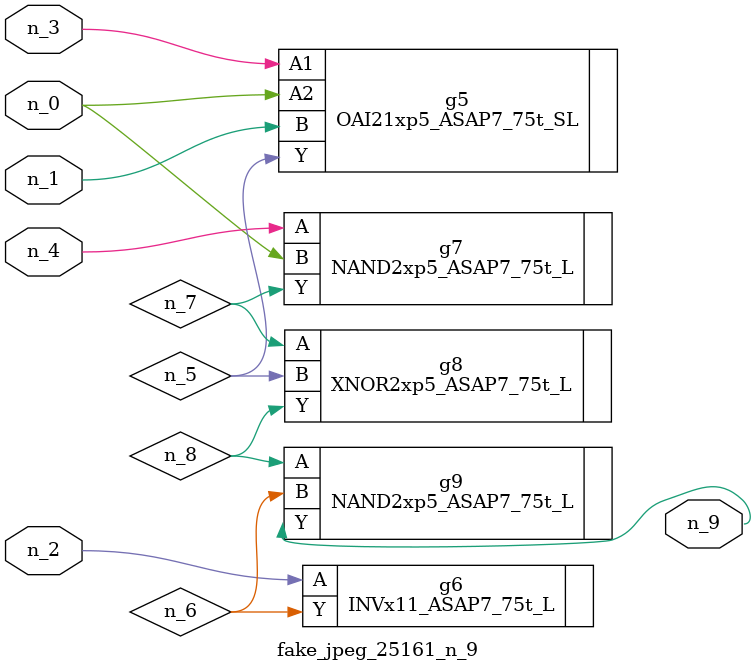
<source format=v>
module fake_jpeg_25161_n_9 (n_3, n_2, n_1, n_0, n_4, n_9);

input n_3;
input n_2;
input n_1;
input n_0;
input n_4;

output n_9;

wire n_8;
wire n_6;
wire n_5;
wire n_7;

OAI21xp5_ASAP7_75t_SL g5 ( 
.A1(n_3),
.A2(n_0),
.B(n_1),
.Y(n_5)
);

INVx11_ASAP7_75t_L g6 ( 
.A(n_2),
.Y(n_6)
);

NAND2xp5_ASAP7_75t_L g7 ( 
.A(n_4),
.B(n_0),
.Y(n_7)
);

XNOR2xp5_ASAP7_75t_L g8 ( 
.A(n_7),
.B(n_5),
.Y(n_8)
);

NAND2xp5_ASAP7_75t_L g9 ( 
.A(n_8),
.B(n_6),
.Y(n_9)
);


endmodule
</source>
